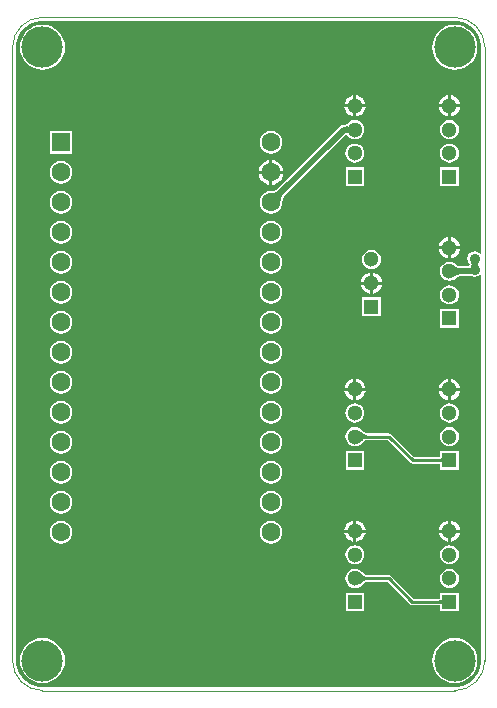
<source format=gbl>
G04 Layer_Physical_Order=2*
G04 Layer_Color=16711680*
%FSLAX44Y44*%
%MOMM*%
G71*
G01*
G75*
%ADD11C,0.5000*%
%ADD13C,0.2540*%
%ADD14C,0.1000*%
%ADD15C,1.6000*%
%ADD16R,1.6000X1.6000*%
%ADD17R,1.3000X1.3000*%
%ADD18C,1.3000*%
%ADD19C,3.5000*%
%ADD20C,0.6000*%
%ADD21C,0.9000*%
G36*
X381134Y566139D02*
X385210Y564451D01*
X388879Y561999D01*
X391999Y558879D01*
X394451Y555210D01*
X396139Y551134D01*
X397000Y546806D01*
Y544600D01*
Y370235D01*
X395730Y369850D01*
X395606Y370036D01*
X393621Y371362D01*
X391280Y371828D01*
X388939Y371362D01*
X386954Y370036D01*
X385628Y368051D01*
X385163Y365710D01*
X385628Y363369D01*
X386856Y361531D01*
X386858Y361520D01*
X386874Y361492D01*
X386887Y361452D01*
X386920Y361413D01*
X386940Y361367D01*
X386980Y361240D01*
X387026Y361048D01*
X387037Y360980D01*
X387026Y360913D01*
X386980Y360720D01*
X386940Y360593D01*
X386920Y360547D01*
X386887Y360508D01*
X386874Y360468D01*
X386858Y360440D01*
X386856Y360429D01*
X386201Y359448D01*
X386164Y359424D01*
X386158Y359422D01*
X386148Y359420D01*
X386142Y359416D01*
X386085Y359394D01*
X386035Y359347D01*
X385989Y359325D01*
X385860Y359281D01*
X385662Y359233D01*
X385418Y359192D01*
X384672Y359131D01*
X384228Y359123D01*
X384125Y359078D01*
X380050D01*
X379952Y359123D01*
X379370Y359142D01*
X378871Y359192D01*
X378403Y359273D01*
X377964Y359385D01*
X377552Y359526D01*
X377164Y359697D01*
X376798Y359896D01*
X376450Y360127D01*
X376119Y360390D01*
X375754Y360733D01*
X375588Y360796D01*
X374035Y361988D01*
X372088Y362794D01*
X370000Y363069D01*
X367912Y362794D01*
X365965Y361988D01*
X364294Y360706D01*
X363012Y359035D01*
X362206Y357088D01*
X361931Y355000D01*
X362206Y352912D01*
X363012Y350965D01*
X364294Y349294D01*
X365965Y348012D01*
X367912Y347206D01*
X370000Y346931D01*
X372088Y347206D01*
X374035Y348012D01*
X375588Y349204D01*
X375754Y349267D01*
X376119Y349610D01*
X376450Y349873D01*
X376798Y350104D01*
X377164Y350303D01*
X377552Y350474D01*
X377964Y350615D01*
X378403Y350727D01*
X378871Y350808D01*
X379370Y350858D01*
X379952Y350877D01*
X380050Y350922D01*
X385979D01*
X386087Y350876D01*
X386581Y350875D01*
X388088Y350836D01*
X388495Y350803D01*
X388565Y350793D01*
X388637Y350777D01*
X388664Y350782D01*
X388939Y350598D01*
X391280Y350132D01*
X393621Y350598D01*
X395606Y351924D01*
X395730Y352110D01*
X397000Y351725D01*
Y25400D01*
Y23194D01*
X396139Y18866D01*
X394451Y14790D01*
X391999Y11121D01*
X388879Y8001D01*
X385210Y5549D01*
X381134Y3861D01*
X376806Y3000D01*
X23194D01*
X18866Y3861D01*
X14790Y5549D01*
X11121Y8001D01*
X8001Y11121D01*
X5549Y14790D01*
X3861Y18866D01*
X3000Y23194D01*
Y25400D01*
Y544600D01*
Y546806D01*
X3861Y551134D01*
X5549Y555210D01*
X8001Y558879D01*
X11121Y561999D01*
X14790Y564451D01*
X18866Y566139D01*
X23194Y567000D01*
X376806D01*
X381134Y566139D01*
D02*
G37*
G36*
X393783Y362496D02*
X394430D01*
X394306Y362349D01*
X394196Y362163D01*
X394099Y361938D01*
X394014Y361674D01*
X393942Y361371D01*
X393884Y361028D01*
X393880Y360985D01*
X393884Y360932D01*
X393942Y360589D01*
X394014Y360286D01*
X394099Y360022D01*
X394196Y359797D01*
X394306Y359611D01*
X394430Y359464D01*
X393783D01*
X393780Y359268D01*
X388780D01*
X388778Y359464D01*
X388130D01*
X388254Y359611D01*
X388364Y359797D01*
X388461Y360022D01*
X388546Y360286D01*
X388618Y360589D01*
X388676Y360932D01*
X388680Y360975D01*
X388676Y361028D01*
X388618Y361371D01*
X388546Y361674D01*
X388461Y361938D01*
X388364Y362163D01*
X388254Y362349D01*
X388130Y362496D01*
X388778D01*
X388780Y362692D01*
X393780D01*
X393783Y362496D01*
D02*
G37*
G36*
X389068Y352331D02*
X388984Y352363D01*
X388853Y352392D01*
X388675Y352417D01*
X388175Y352458D01*
X386604Y352498D01*
X386092Y352500D01*
X384257Y357500D01*
X384753Y357509D01*
X385618Y357579D01*
X385988Y357641D01*
X386315Y357721D01*
X386600Y357818D01*
X386843Y357933D01*
X387043Y358065D01*
X387202Y358215D01*
X387318Y358383D01*
X389068Y352331D01*
D02*
G37*
G36*
X375056Y359160D02*
X375495Y358812D01*
X375959Y358504D01*
X376448Y358238D01*
X376961Y358013D01*
X377499Y357828D01*
X378062Y357685D01*
X378650Y357582D01*
X379263Y357520D01*
X379900Y357500D01*
Y352500D01*
X379263Y352480D01*
X378650Y352418D01*
X378062Y352315D01*
X377499Y352172D01*
X376961Y351987D01*
X376448Y351762D01*
X375959Y351496D01*
X375495Y351188D01*
X375056Y350840D01*
X374642Y350450D01*
Y359550D01*
X375056Y359160D01*
D02*
G37*
%LPC*%
G36*
X374600Y563692D02*
X370875Y563325D01*
X367294Y562239D01*
X363993Y560474D01*
X361100Y558100D01*
X358726Y555207D01*
X356961Y551906D01*
X355875Y548325D01*
X355508Y544600D01*
X355875Y540875D01*
X356961Y537294D01*
X358726Y533993D01*
X361100Y531100D01*
X363993Y528726D01*
X367294Y526961D01*
X370875Y525875D01*
X374600Y525508D01*
X378325Y525875D01*
X381906Y526961D01*
X385207Y528726D01*
X388100Y531100D01*
X390474Y533993D01*
X392239Y537294D01*
X393325Y540875D01*
X393692Y544600D01*
X393325Y548325D01*
X392239Y551906D01*
X390474Y555207D01*
X388100Y558100D01*
X385207Y560474D01*
X381906Y562239D01*
X378325Y563325D01*
X374600Y563692D01*
D02*
G37*
G36*
X25400D02*
X21675Y563325D01*
X18094Y562239D01*
X14793Y560474D01*
X11900Y558100D01*
X9526Y555207D01*
X7761Y551906D01*
X6675Y548325D01*
X6308Y544600D01*
X6675Y540875D01*
X7761Y537294D01*
X9526Y533993D01*
X11900Y531100D01*
X14793Y528726D01*
X18094Y526961D01*
X21675Y525875D01*
X25400Y525508D01*
X29125Y525875D01*
X32706Y526961D01*
X36007Y528726D01*
X38900Y531100D01*
X41274Y533993D01*
X43039Y537294D01*
X44125Y540875D01*
X44492Y544600D01*
X44125Y548325D01*
X43039Y551906D01*
X41274Y555207D01*
X38900Y558100D01*
X36007Y560474D01*
X32706Y562239D01*
X29125Y563325D01*
X25400Y563692D01*
D02*
G37*
G36*
X291270Y503951D02*
Y496270D01*
X298951D01*
X298807Y497360D01*
X297896Y499559D01*
X296447Y501447D01*
X294559Y502896D01*
X292360Y503807D01*
X291270Y503951D01*
D02*
G37*
G36*
X288730D02*
X287640Y503807D01*
X285441Y502896D01*
X283553Y501447D01*
X282104Y499559D01*
X281193Y497360D01*
X281049Y496270D01*
X288730D01*
Y503951D01*
D02*
G37*
G36*
X371270D02*
Y496270D01*
X378951D01*
X378807Y497360D01*
X377896Y499559D01*
X376447Y501447D01*
X374559Y502896D01*
X372360Y503807D01*
X371270Y503951D01*
D02*
G37*
G36*
X368730D02*
X367640Y503807D01*
X365441Y502896D01*
X363553Y501447D01*
X362104Y499559D01*
X361193Y497360D01*
X361049Y496270D01*
X368730D01*
Y503951D01*
D02*
G37*
G36*
X378951Y493730D02*
X371270D01*
Y486049D01*
X372360Y486193D01*
X374559Y487104D01*
X376447Y488553D01*
X377896Y490441D01*
X378807Y492640D01*
X378951Y493730D01*
D02*
G37*
G36*
X288730Y493730D02*
X281049D01*
X281193Y492640D01*
X282104Y490441D01*
X283553Y488553D01*
X285441Y487104D01*
X287640Y486193D01*
X288730Y486049D01*
Y493730D01*
D02*
G37*
G36*
X298951D02*
X291270D01*
Y486049D01*
X292360Y486193D01*
X294559Y487104D01*
X296447Y488553D01*
X297896Y490441D01*
X298807Y492640D01*
X298951Y493730D01*
D02*
G37*
G36*
X368730Y493730D02*
X361049D01*
X361193Y492640D01*
X362104Y490441D01*
X363553Y488553D01*
X365441Y487104D01*
X367640Y486193D01*
X368730Y486049D01*
Y493730D01*
D02*
G37*
G36*
X370000Y483069D02*
X367912Y482794D01*
X365965Y481988D01*
X364294Y480706D01*
X363012Y479035D01*
X362206Y477088D01*
X361931Y475000D01*
X362206Y472912D01*
X363012Y470965D01*
X364294Y469294D01*
X365965Y468012D01*
X367912Y467206D01*
X370000Y466931D01*
X372088Y467206D01*
X374035Y468012D01*
X375706Y469294D01*
X376988Y470965D01*
X377794Y472912D01*
X378069Y475000D01*
X377794Y477088D01*
X376988Y479035D01*
X375706Y480706D01*
X374035Y481988D01*
X372088Y482794D01*
X370000Y483069D01*
D02*
G37*
G36*
X290000D02*
X287912Y482794D01*
X285965Y481988D01*
X284294Y480706D01*
X283436Y479587D01*
X283302Y479531D01*
X283273Y479462D01*
X283230Y479428D01*
X283201Y479413D01*
X283072Y479364D01*
X282851Y479304D01*
X282583Y479252D01*
X281155Y479132D01*
X280577Y479123D01*
X280363Y479031D01*
X279039Y478768D01*
X277716Y477884D01*
X277716Y477884D01*
X224899Y425067D01*
X224802Y425032D01*
X224321Y424590D01*
X223865Y424240D01*
X223382Y423932D01*
X222868Y423665D01*
X222320Y423437D01*
X221737Y423250D01*
X221114Y423104D01*
X220450Y423000D01*
X219744Y422939D01*
X218947Y422923D01*
X218833Y422873D01*
X216420Y422556D01*
X214109Y421598D01*
X212125Y420075D01*
X210602Y418091D01*
X209645Y415780D01*
X209318Y413300D01*
X209645Y410820D01*
X210602Y408509D01*
X212125Y406525D01*
X214109Y405002D01*
X216420Y404045D01*
X218900Y403718D01*
X221380Y404045D01*
X223691Y405002D01*
X225675Y406525D01*
X227198Y408509D01*
X228155Y410820D01*
X228473Y413233D01*
X228523Y413347D01*
X228539Y414144D01*
X228600Y414850D01*
X228704Y415514D01*
X228850Y416137D01*
X229037Y416721D01*
X229265Y417268D01*
X229531Y417781D01*
X229839Y418265D01*
X230190Y418721D01*
X230632Y419202D01*
X230667Y419299D01*
X282100Y470732D01*
X283302Y470469D01*
X283436Y470413D01*
X284294Y469294D01*
X285965Y468012D01*
X287912Y467206D01*
X290000Y466931D01*
X292088Y467206D01*
X294035Y468012D01*
X295706Y469294D01*
X296988Y470965D01*
X297794Y472912D01*
X298069Y475000D01*
X297794Y477088D01*
X296988Y479035D01*
X295706Y480706D01*
X294035Y481988D01*
X292088Y482794D01*
X290000Y483069D01*
D02*
G37*
G36*
X50600Y473600D02*
X31600D01*
Y454600D01*
X50600D01*
Y473600D01*
D02*
G37*
G36*
X218900Y473682D02*
X216420Y473355D01*
X214109Y472398D01*
X212125Y470876D01*
X210602Y468891D01*
X209645Y466580D01*
X209318Y464100D01*
X209645Y461620D01*
X210602Y459309D01*
X212125Y457325D01*
X214109Y455802D01*
X216420Y454845D01*
X218900Y454518D01*
X221380Y454845D01*
X223691Y455802D01*
X225675Y457325D01*
X227198Y459309D01*
X228155Y461620D01*
X228482Y464100D01*
X228155Y466580D01*
X227198Y468891D01*
X225675Y470876D01*
X223691Y472398D01*
X221380Y473355D01*
X218900Y473682D01*
D02*
G37*
G36*
X370000Y463069D02*
X367912Y462794D01*
X365965Y461988D01*
X364294Y460706D01*
X363012Y459035D01*
X362206Y457088D01*
X361931Y455000D01*
X362206Y452912D01*
X363012Y450965D01*
X364294Y449294D01*
X365965Y448012D01*
X367912Y447206D01*
X370000Y446931D01*
X372088Y447206D01*
X374035Y448012D01*
X375706Y449294D01*
X376988Y450965D01*
X377794Y452912D01*
X378069Y455000D01*
X377794Y457088D01*
X376988Y459035D01*
X375706Y460706D01*
X374035Y461988D01*
X372088Y462794D01*
X370000Y463069D01*
D02*
G37*
G36*
X290000D02*
X287912Y462794D01*
X285965Y461988D01*
X284294Y460706D01*
X283012Y459035D01*
X282206Y457088D01*
X281931Y455000D01*
X282206Y452912D01*
X283012Y450965D01*
X284294Y449294D01*
X285965Y448012D01*
X287912Y447206D01*
X290000Y446931D01*
X292088Y447206D01*
X294035Y448012D01*
X295706Y449294D01*
X296988Y450965D01*
X297794Y452912D01*
X298069Y455000D01*
X297794Y457088D01*
X296988Y459035D01*
X295706Y460706D01*
X294035Y461988D01*
X292088Y462794D01*
X290000Y463069D01*
D02*
G37*
G36*
X220170Y449164D02*
Y439970D01*
X229364D01*
X229169Y441451D01*
X228107Y444016D01*
X226417Y446217D01*
X224216Y447907D01*
X221651Y448969D01*
X220170Y449164D01*
D02*
G37*
G36*
X217630D02*
X216148Y448969D01*
X213584Y447907D01*
X211383Y446217D01*
X209693Y444016D01*
X208631Y441451D01*
X208436Y439970D01*
X217630D01*
Y449164D01*
D02*
G37*
G36*
X41100Y448282D02*
X38620Y447956D01*
X36309Y446998D01*
X34325Y445476D01*
X32802Y443491D01*
X31844Y441180D01*
X31518Y438700D01*
X31844Y436220D01*
X32802Y433909D01*
X34325Y431925D01*
X36309Y430402D01*
X38620Y429445D01*
X41100Y429118D01*
X43580Y429445D01*
X45891Y430402D01*
X47875Y431925D01*
X49398Y433909D01*
X50355Y436220D01*
X50682Y438700D01*
X50355Y441180D01*
X49398Y443491D01*
X47875Y445476D01*
X45891Y446998D01*
X43580Y447956D01*
X41100Y448282D01*
D02*
G37*
G36*
X229364Y437430D02*
X220170D01*
Y428236D01*
X221651Y428431D01*
X224216Y429493D01*
X226417Y431183D01*
X228107Y433385D01*
X229169Y435948D01*
X229364Y437430D01*
D02*
G37*
G36*
X217630D02*
X208436D01*
X208631Y435948D01*
X209693Y433385D01*
X211383Y431183D01*
X213584Y429493D01*
X216148Y428431D01*
X217630Y428236D01*
Y437430D01*
D02*
G37*
G36*
X378000Y443000D02*
X362000D01*
Y427000D01*
X378000D01*
Y443000D01*
D02*
G37*
G36*
X298000D02*
X282000D01*
Y427000D01*
X298000D01*
Y443000D01*
D02*
G37*
G36*
X41100Y422882D02*
X38620Y422556D01*
X36309Y421598D01*
X34325Y420075D01*
X32802Y418091D01*
X31844Y415780D01*
X31518Y413300D01*
X31844Y410820D01*
X32802Y408509D01*
X34325Y406525D01*
X36309Y405002D01*
X38620Y404045D01*
X41100Y403718D01*
X43580Y404045D01*
X45891Y405002D01*
X47875Y406525D01*
X49398Y408509D01*
X50355Y410820D01*
X50682Y413300D01*
X50355Y415780D01*
X49398Y418091D01*
X47875Y420075D01*
X45891Y421598D01*
X43580Y422556D01*
X41100Y422882D01*
D02*
G37*
G36*
X218900Y397482D02*
X216420Y397155D01*
X214109Y396198D01*
X212125Y394675D01*
X210602Y392691D01*
X209645Y390380D01*
X209318Y387900D01*
X209645Y385420D01*
X210602Y383109D01*
X212125Y381125D01*
X214109Y379602D01*
X216420Y378645D01*
X218900Y378318D01*
X221380Y378645D01*
X223691Y379602D01*
X225675Y381125D01*
X227198Y383109D01*
X228155Y385420D01*
X228482Y387900D01*
X228155Y390380D01*
X227198Y392691D01*
X225675Y394675D01*
X223691Y396198D01*
X221380Y397155D01*
X218900Y397482D01*
D02*
G37*
G36*
X41100D02*
X38620Y397155D01*
X36309Y396198D01*
X34325Y394675D01*
X32802Y392691D01*
X31844Y390380D01*
X31518Y387900D01*
X31844Y385420D01*
X32802Y383109D01*
X34325Y381125D01*
X36309Y379602D01*
X38620Y378645D01*
X41100Y378318D01*
X43580Y378645D01*
X45891Y379602D01*
X47875Y381125D01*
X49398Y383109D01*
X50355Y385420D01*
X50682Y387900D01*
X50355Y390380D01*
X49398Y392691D01*
X47875Y394675D01*
X45891Y396198D01*
X43580Y397155D01*
X41100Y397482D01*
D02*
G37*
G36*
X371270Y383951D02*
Y376270D01*
X378951D01*
X378807Y377360D01*
X377896Y379559D01*
X376447Y381447D01*
X374559Y382896D01*
X372360Y383807D01*
X371270Y383951D01*
D02*
G37*
G36*
X368730D02*
X367640Y383807D01*
X365441Y382896D01*
X363553Y381447D01*
X362104Y379559D01*
X361193Y377360D01*
X361049Y376270D01*
X368730D01*
Y383951D01*
D02*
G37*
G36*
Y373730D02*
X361049D01*
X361193Y372640D01*
X362104Y370441D01*
X363553Y368553D01*
X365441Y367104D01*
X367640Y366193D01*
X368730Y366049D01*
Y373730D01*
D02*
G37*
G36*
X378951D02*
X371270D01*
Y366049D01*
X372360Y366193D01*
X374559Y367104D01*
X376447Y368553D01*
X377896Y370441D01*
X378807Y372640D01*
X378951Y373730D01*
D02*
G37*
G36*
X304000Y373069D02*
X301912Y372794D01*
X299965Y371988D01*
X298294Y370706D01*
X297012Y369035D01*
X296206Y367088D01*
X295931Y365000D01*
X296206Y362912D01*
X297012Y360965D01*
X298294Y359294D01*
X299965Y358012D01*
X301912Y357206D01*
X304000Y356931D01*
X306088Y357206D01*
X308034Y358012D01*
X309706Y359294D01*
X310988Y360965D01*
X311794Y362912D01*
X312069Y365000D01*
X311794Y367088D01*
X310988Y369035D01*
X309706Y370706D01*
X308034Y371988D01*
X306088Y372794D01*
X304000Y373069D01*
D02*
G37*
G36*
X218900Y372082D02*
X216420Y371755D01*
X214109Y370798D01*
X212125Y369276D01*
X210602Y367291D01*
X209645Y364980D01*
X209318Y362500D01*
X209645Y360020D01*
X210602Y357709D01*
X212125Y355725D01*
X214109Y354202D01*
X216420Y353245D01*
X218900Y352918D01*
X221380Y353245D01*
X223691Y354202D01*
X225675Y355725D01*
X227198Y357709D01*
X228155Y360020D01*
X228482Y362500D01*
X228155Y364980D01*
X227198Y367291D01*
X225675Y369276D01*
X223691Y370798D01*
X221380Y371755D01*
X218900Y372082D01*
D02*
G37*
G36*
X41100D02*
X38620Y371755D01*
X36309Y370798D01*
X34325Y369276D01*
X32802Y367291D01*
X31844Y364980D01*
X31518Y362500D01*
X31844Y360020D01*
X32802Y357709D01*
X34325Y355725D01*
X36309Y354202D01*
X38620Y353245D01*
X41100Y352918D01*
X43580Y353245D01*
X45891Y354202D01*
X47875Y355725D01*
X49398Y357709D01*
X50355Y360020D01*
X50682Y362500D01*
X50355Y364980D01*
X49398Y367291D01*
X47875Y369276D01*
X45891Y370798D01*
X43580Y371755D01*
X41100Y372082D01*
D02*
G37*
G36*
X305270Y353951D02*
Y346270D01*
X312951D01*
X312807Y347360D01*
X311896Y349559D01*
X310447Y351447D01*
X308559Y352896D01*
X306360Y353807D01*
X305270Y353951D01*
D02*
G37*
G36*
X302730D02*
X301640Y353807D01*
X299441Y352896D01*
X297553Y351447D01*
X296104Y349559D01*
X295193Y347360D01*
X295049Y346270D01*
X302730D01*
Y353951D01*
D02*
G37*
G36*
Y343730D02*
X295049D01*
X295193Y342640D01*
X296104Y340441D01*
X297553Y338553D01*
X299441Y337104D01*
X301640Y336193D01*
X302730Y336049D01*
Y343730D01*
D02*
G37*
G36*
X312951D02*
X305270D01*
Y336049D01*
X306360Y336193D01*
X308559Y337104D01*
X310447Y338553D01*
X311896Y340441D01*
X312807Y342640D01*
X312951Y343730D01*
D02*
G37*
G36*
X218900Y346682D02*
X216420Y346356D01*
X214109Y345398D01*
X212125Y343876D01*
X210602Y341891D01*
X209645Y339580D01*
X209318Y337100D01*
X209645Y334620D01*
X210602Y332309D01*
X212125Y330325D01*
X214109Y328802D01*
X216420Y327845D01*
X218900Y327518D01*
X221380Y327845D01*
X223691Y328802D01*
X225675Y330325D01*
X227198Y332309D01*
X228155Y334620D01*
X228482Y337100D01*
X228155Y339580D01*
X227198Y341891D01*
X225675Y343876D01*
X223691Y345398D01*
X221380Y346356D01*
X218900Y346682D01*
D02*
G37*
G36*
X41100D02*
X38620Y346356D01*
X36309Y345398D01*
X34325Y343876D01*
X32802Y341891D01*
X31844Y339580D01*
X31518Y337100D01*
X31844Y334620D01*
X32802Y332309D01*
X34325Y330325D01*
X36309Y328802D01*
X38620Y327845D01*
X41100Y327518D01*
X43580Y327845D01*
X45891Y328802D01*
X47875Y330325D01*
X49398Y332309D01*
X50355Y334620D01*
X50682Y337100D01*
X50355Y339580D01*
X49398Y341891D01*
X47875Y343876D01*
X45891Y345398D01*
X43580Y346356D01*
X41100Y346682D01*
D02*
G37*
G36*
X370000Y343069D02*
X367912Y342794D01*
X365965Y341988D01*
X364294Y340706D01*
X363012Y339035D01*
X362206Y337088D01*
X361931Y335000D01*
X362206Y332912D01*
X363012Y330965D01*
X364294Y329294D01*
X365965Y328012D01*
X367912Y327206D01*
X370000Y326931D01*
X372088Y327206D01*
X374035Y328012D01*
X375706Y329294D01*
X376988Y330965D01*
X377794Y332912D01*
X378069Y335000D01*
X377794Y337088D01*
X376988Y339035D01*
X375706Y340706D01*
X374035Y341988D01*
X372088Y342794D01*
X370000Y343069D01*
D02*
G37*
G36*
X312000Y333000D02*
X296000D01*
Y317000D01*
X312000D01*
Y333000D01*
D02*
G37*
G36*
X378000Y323000D02*
X362000D01*
Y307000D01*
X378000D01*
Y323000D01*
D02*
G37*
G36*
X218900Y321282D02*
X216420Y320956D01*
X214109Y319998D01*
X212125Y318475D01*
X210602Y316491D01*
X209645Y314180D01*
X209318Y311700D01*
X209645Y309220D01*
X210602Y306909D01*
X212125Y304925D01*
X214109Y303402D01*
X216420Y302445D01*
X218900Y302118D01*
X221380Y302445D01*
X223691Y303402D01*
X225675Y304925D01*
X227198Y306909D01*
X228155Y309220D01*
X228482Y311700D01*
X228155Y314180D01*
X227198Y316491D01*
X225675Y318475D01*
X223691Y319998D01*
X221380Y320956D01*
X218900Y321282D01*
D02*
G37*
G36*
X41100D02*
X38620Y320956D01*
X36309Y319998D01*
X34325Y318475D01*
X32802Y316491D01*
X31844Y314180D01*
X31518Y311700D01*
X31844Y309220D01*
X32802Y306909D01*
X34325Y304925D01*
X36309Y303402D01*
X38620Y302445D01*
X41100Y302118D01*
X43580Y302445D01*
X45891Y303402D01*
X47875Y304925D01*
X49398Y306909D01*
X50355Y309220D01*
X50682Y311700D01*
X50355Y314180D01*
X49398Y316491D01*
X47875Y318475D01*
X45891Y319998D01*
X43580Y320956D01*
X41100Y321282D01*
D02*
G37*
G36*
X218900Y295882D02*
X216420Y295555D01*
X214109Y294598D01*
X212125Y293076D01*
X210602Y291091D01*
X209645Y288780D01*
X209318Y286300D01*
X209645Y283820D01*
X210602Y281509D01*
X212125Y279525D01*
X214109Y278002D01*
X216420Y277045D01*
X218900Y276718D01*
X221380Y277045D01*
X223691Y278002D01*
X225675Y279525D01*
X227198Y281509D01*
X228155Y283820D01*
X228482Y286300D01*
X228155Y288780D01*
X227198Y291091D01*
X225675Y293076D01*
X223691Y294598D01*
X221380Y295555D01*
X218900Y295882D01*
D02*
G37*
G36*
X41100D02*
X38620Y295555D01*
X36309Y294598D01*
X34325Y293076D01*
X32802Y291091D01*
X31844Y288780D01*
X31518Y286300D01*
X31844Y283820D01*
X32802Y281509D01*
X34325Y279525D01*
X36309Y278002D01*
X38620Y277045D01*
X41100Y276718D01*
X43580Y277045D01*
X45891Y278002D01*
X47875Y279525D01*
X49398Y281509D01*
X50355Y283820D01*
X50682Y286300D01*
X50355Y288780D01*
X49398Y291091D01*
X47875Y293076D01*
X45891Y294598D01*
X43580Y295555D01*
X41100Y295882D01*
D02*
G37*
G36*
X291270Y263951D02*
Y256270D01*
X298951D01*
X298807Y257360D01*
X297896Y259559D01*
X296447Y261447D01*
X294559Y262896D01*
X292360Y263807D01*
X291270Y263951D01*
D02*
G37*
G36*
X288730Y263951D02*
X287640Y263807D01*
X285441Y262896D01*
X283553Y261447D01*
X282104Y259559D01*
X281193Y257360D01*
X281049Y256270D01*
X288730D01*
Y263951D01*
D02*
G37*
G36*
X371270D02*
Y256270D01*
X378951D01*
X378807Y257360D01*
X377896Y259559D01*
X376447Y261447D01*
X374559Y262896D01*
X372360Y263807D01*
X371270Y263951D01*
D02*
G37*
G36*
X368730D02*
X367640Y263807D01*
X365441Y262896D01*
X363553Y261447D01*
X362104Y259559D01*
X361193Y257360D01*
X361049Y256270D01*
X368730D01*
Y263951D01*
D02*
G37*
G36*
X218900Y270482D02*
X216420Y270156D01*
X214109Y269198D01*
X212125Y267675D01*
X210602Y265691D01*
X209645Y263380D01*
X209318Y260900D01*
X209645Y258420D01*
X210602Y256109D01*
X212125Y254125D01*
X214109Y252602D01*
X216420Y251645D01*
X218900Y251318D01*
X221380Y251645D01*
X223691Y252602D01*
X225675Y254125D01*
X227198Y256109D01*
X228155Y258420D01*
X228482Y260900D01*
X228155Y263380D01*
X227198Y265691D01*
X225675Y267675D01*
X223691Y269198D01*
X221380Y270156D01*
X218900Y270482D01*
D02*
G37*
G36*
X41100D02*
X38620Y270156D01*
X36309Y269198D01*
X34325Y267675D01*
X32802Y265691D01*
X31844Y263380D01*
X31518Y260900D01*
X31844Y258420D01*
X32802Y256109D01*
X34325Y254125D01*
X36309Y252602D01*
X38620Y251645D01*
X41100Y251318D01*
X43580Y251645D01*
X45891Y252602D01*
X47875Y254125D01*
X49398Y256109D01*
X50355Y258420D01*
X50682Y260900D01*
X50355Y263380D01*
X49398Y265691D01*
X47875Y267675D01*
X45891Y269198D01*
X43580Y270156D01*
X41100Y270482D01*
D02*
G37*
G36*
X288730Y253730D02*
X281049D01*
X281193Y252640D01*
X282104Y250441D01*
X283553Y248553D01*
X285441Y247104D01*
X287640Y246193D01*
X288730Y246049D01*
Y253730D01*
D02*
G37*
G36*
X378951Y253730D02*
X371270D01*
Y246049D01*
X372360Y246193D01*
X374559Y247104D01*
X376447Y248553D01*
X377896Y250441D01*
X378807Y252640D01*
X378951Y253730D01*
D02*
G37*
G36*
X368730D02*
X361049D01*
X361193Y252640D01*
X362104Y250441D01*
X363553Y248553D01*
X365441Y247104D01*
X367640Y246193D01*
X368730Y246049D01*
Y253730D01*
D02*
G37*
G36*
X298951Y253730D02*
X291270D01*
Y246049D01*
X292360Y246193D01*
X294559Y247104D01*
X296447Y248553D01*
X297896Y250441D01*
X298807Y252640D01*
X298951Y253730D01*
D02*
G37*
G36*
X370000Y243069D02*
X367912Y242794D01*
X365965Y241988D01*
X364294Y240706D01*
X363012Y239035D01*
X362206Y237088D01*
X361931Y235000D01*
X362206Y232912D01*
X363012Y230965D01*
X364294Y229294D01*
X365965Y228012D01*
X367912Y227206D01*
X370000Y226931D01*
X372088Y227206D01*
X374035Y228012D01*
X375706Y229294D01*
X376988Y230965D01*
X377794Y232912D01*
X378069Y235000D01*
X377794Y237088D01*
X376988Y239035D01*
X375706Y240706D01*
X374035Y241988D01*
X372088Y242794D01*
X370000Y243069D01*
D02*
G37*
G36*
X290000D02*
X287912Y242794D01*
X285965Y241988D01*
X284294Y240706D01*
X283012Y239035D01*
X282206Y237088D01*
X281931Y235000D01*
X282206Y232912D01*
X283012Y230965D01*
X284294Y229294D01*
X285965Y228012D01*
X287912Y227206D01*
X290000Y226931D01*
X292088Y227206D01*
X294035Y228012D01*
X295706Y229294D01*
X296988Y230965D01*
X297794Y232912D01*
X298069Y235000D01*
X297794Y237088D01*
X296988Y239035D01*
X295706Y240706D01*
X294035Y241988D01*
X292088Y242794D01*
X290000Y243069D01*
D02*
G37*
G36*
X218900Y245082D02*
X216420Y244755D01*
X214109Y243798D01*
X212125Y242276D01*
X210602Y240291D01*
X209645Y237980D01*
X209318Y235500D01*
X209645Y233020D01*
X210602Y230709D01*
X212125Y228725D01*
X214109Y227202D01*
X216420Y226245D01*
X218900Y225918D01*
X221380Y226245D01*
X223691Y227202D01*
X225675Y228725D01*
X227198Y230709D01*
X228155Y233020D01*
X228482Y235500D01*
X228155Y237980D01*
X227198Y240291D01*
X225675Y242276D01*
X223691Y243798D01*
X221380Y244755D01*
X218900Y245082D01*
D02*
G37*
G36*
X41100D02*
X38620Y244755D01*
X36309Y243798D01*
X34325Y242276D01*
X32802Y240291D01*
X31844Y237980D01*
X31518Y235500D01*
X31844Y233020D01*
X32802Y230709D01*
X34325Y228725D01*
X36309Y227202D01*
X38620Y226245D01*
X41100Y225918D01*
X43580Y226245D01*
X45891Y227202D01*
X47875Y228725D01*
X49398Y230709D01*
X50355Y233020D01*
X50682Y235500D01*
X50355Y237980D01*
X49398Y240291D01*
X47875Y242276D01*
X45891Y243798D01*
X43580Y244755D01*
X41100Y245082D01*
D02*
G37*
G36*
X370000Y223069D02*
X367912Y222794D01*
X365965Y221988D01*
X364294Y220706D01*
X363012Y219035D01*
X362206Y217088D01*
X361931Y215000D01*
X362206Y212912D01*
X363012Y210965D01*
X364294Y209294D01*
X365965Y208012D01*
X367912Y207206D01*
X370000Y206931D01*
X372088Y207206D01*
X374035Y208012D01*
X375706Y209294D01*
X376988Y210965D01*
X377794Y212912D01*
X378069Y215000D01*
X377794Y217088D01*
X376988Y219035D01*
X375706Y220706D01*
X374035Y221988D01*
X372088Y222794D01*
X370000Y223069D01*
D02*
G37*
G36*
X218900Y219682D02*
X216420Y219356D01*
X214109Y218398D01*
X212125Y216875D01*
X210602Y214891D01*
X209645Y212580D01*
X209318Y210100D01*
X209645Y207620D01*
X210602Y205309D01*
X212125Y203325D01*
X214109Y201802D01*
X216420Y200845D01*
X218900Y200518D01*
X221380Y200845D01*
X223691Y201802D01*
X225675Y203325D01*
X227198Y205309D01*
X228155Y207620D01*
X228482Y210100D01*
X228155Y212580D01*
X227198Y214891D01*
X225675Y216875D01*
X223691Y218398D01*
X221380Y219356D01*
X218900Y219682D01*
D02*
G37*
G36*
X41100D02*
X38620Y219356D01*
X36309Y218398D01*
X34325Y216875D01*
X32802Y214891D01*
X31844Y212580D01*
X31518Y210100D01*
X31844Y207620D01*
X32802Y205309D01*
X34325Y203325D01*
X36309Y201802D01*
X38620Y200845D01*
X41100Y200518D01*
X43580Y200845D01*
X45891Y201802D01*
X47875Y203325D01*
X49398Y205309D01*
X50355Y207620D01*
X50682Y210100D01*
X50355Y212580D01*
X49398Y214891D01*
X47875Y216875D01*
X45891Y218398D01*
X43580Y219356D01*
X41100Y219682D01*
D02*
G37*
G36*
X290000Y223069D02*
X287912Y222794D01*
X285965Y221988D01*
X284294Y220706D01*
X283012Y219035D01*
X282206Y217088D01*
X281931Y215000D01*
X282206Y212912D01*
X283012Y210965D01*
X284294Y209294D01*
X285965Y208012D01*
X287912Y207206D01*
X290000Y206931D01*
X292088Y207206D01*
X294035Y208012D01*
X295589Y209205D01*
X295755Y209268D01*
X296967Y210409D01*
X297490Y210836D01*
X297998Y211205D01*
X298473Y211505D01*
X298913Y211739D01*
X299314Y211910D01*
X299674Y212022D01*
X299993Y212084D01*
X300383Y212110D01*
X300516Y212176D01*
X317640D01*
X336813Y193003D01*
X336813Y193003D01*
X337729Y192391D01*
X338810Y192176D01*
X360794D01*
X360948Y192107D01*
X361387Y192096D01*
X361713Y192067D01*
X361960Y192027D01*
X362000Y192016D01*
Y187000D01*
X378000D01*
Y203000D01*
X362000D01*
Y197984D01*
X361960Y197973D01*
X361713Y197933D01*
X361387Y197904D01*
X360948Y197893D01*
X360794Y197824D01*
X339980D01*
X320807Y216997D01*
X319891Y217609D01*
X318810Y217824D01*
X318810Y217824D01*
X300516D01*
X300383Y217890D01*
X299993Y217916D01*
X299674Y217978D01*
X299314Y218090D01*
X298913Y218261D01*
X298473Y218495D01*
X297998Y218796D01*
X297507Y219152D01*
X296376Y220123D01*
X295779Y220709D01*
X295616Y220775D01*
X294035Y221988D01*
X292088Y222794D01*
X290000Y223069D01*
D02*
G37*
G36*
X298000Y203000D02*
X282000D01*
Y187000D01*
X298000D01*
Y203000D01*
D02*
G37*
G36*
X218900Y194282D02*
X216420Y193955D01*
X214109Y192998D01*
X212125Y191476D01*
X210602Y189491D01*
X209645Y187180D01*
X209318Y184700D01*
X209645Y182220D01*
X210602Y179909D01*
X212125Y177925D01*
X214109Y176402D01*
X216420Y175445D01*
X218900Y175118D01*
X221380Y175445D01*
X223691Y176402D01*
X225675Y177925D01*
X227198Y179909D01*
X228155Y182220D01*
X228482Y184700D01*
X228155Y187180D01*
X227198Y189491D01*
X225675Y191476D01*
X223691Y192998D01*
X221380Y193955D01*
X218900Y194282D01*
D02*
G37*
G36*
X41100D02*
X38620Y193955D01*
X36309Y192998D01*
X34325Y191476D01*
X32802Y189491D01*
X31844Y187180D01*
X31518Y184700D01*
X31844Y182220D01*
X32802Y179909D01*
X34325Y177925D01*
X36309Y176402D01*
X38620Y175445D01*
X41100Y175118D01*
X43580Y175445D01*
X45891Y176402D01*
X47875Y177925D01*
X49398Y179909D01*
X50355Y182220D01*
X50682Y184700D01*
X50355Y187180D01*
X49398Y189491D01*
X47875Y191476D01*
X45891Y192998D01*
X43580Y193955D01*
X41100Y194282D01*
D02*
G37*
G36*
X218900Y168882D02*
X216420Y168556D01*
X214109Y167598D01*
X212125Y166075D01*
X210602Y164091D01*
X209645Y161780D01*
X209318Y159300D01*
X209645Y156820D01*
X210602Y154509D01*
X212125Y152525D01*
X214109Y151002D01*
X216420Y150045D01*
X218900Y149718D01*
X221380Y150045D01*
X223691Y151002D01*
X225675Y152525D01*
X227198Y154509D01*
X228155Y156820D01*
X228482Y159300D01*
X228155Y161780D01*
X227198Y164091D01*
X225675Y166075D01*
X223691Y167598D01*
X221380Y168556D01*
X218900Y168882D01*
D02*
G37*
G36*
X41100D02*
X38620Y168556D01*
X36309Y167598D01*
X34325Y166075D01*
X32802Y164091D01*
X31844Y161780D01*
X31518Y159300D01*
X31844Y156820D01*
X32802Y154509D01*
X34325Y152525D01*
X36309Y151002D01*
X38620Y150045D01*
X41100Y149718D01*
X43580Y150045D01*
X45891Y151002D01*
X47875Y152525D01*
X49398Y154509D01*
X50355Y156820D01*
X50682Y159300D01*
X50355Y161780D01*
X49398Y164091D01*
X47875Y166075D01*
X45891Y167598D01*
X43580Y168556D01*
X41100Y168882D01*
D02*
G37*
G36*
X291270Y143951D02*
Y136270D01*
X298951D01*
X298807Y137360D01*
X297896Y139559D01*
X296447Y141447D01*
X294559Y142896D01*
X292360Y143807D01*
X291270Y143951D01*
D02*
G37*
G36*
X288730D02*
X287640Y143807D01*
X285441Y142896D01*
X283553Y141447D01*
X282104Y139559D01*
X281193Y137360D01*
X281049Y136270D01*
X288730D01*
Y143951D01*
D02*
G37*
G36*
X371270D02*
Y136270D01*
X378951D01*
X378807Y137360D01*
X377896Y139559D01*
X376447Y141447D01*
X374559Y142896D01*
X372360Y143807D01*
X371270Y143951D01*
D02*
G37*
G36*
X368730Y143951D02*
X367640Y143807D01*
X365441Y142896D01*
X363553Y141447D01*
X362104Y139559D01*
X361193Y137360D01*
X361049Y136270D01*
X368730D01*
Y143951D01*
D02*
G37*
G36*
X378951Y133730D02*
X371270D01*
Y126049D01*
X372360Y126193D01*
X374559Y127104D01*
X376447Y128553D01*
X377896Y130441D01*
X378807Y132640D01*
X378951Y133730D01*
D02*
G37*
G36*
X298951Y133730D02*
X291270D01*
Y126049D01*
X292360Y126193D01*
X294559Y127104D01*
X296447Y128553D01*
X297896Y130441D01*
X298807Y132640D01*
X298951Y133730D01*
D02*
G37*
G36*
X288730D02*
X281049D01*
X281193Y132640D01*
X282104Y130441D01*
X283553Y128553D01*
X285441Y127104D01*
X287640Y126193D01*
X288730Y126049D01*
Y133730D01*
D02*
G37*
G36*
X368730Y133730D02*
X361049D01*
X361193Y132640D01*
X362104Y130441D01*
X363553Y128553D01*
X365441Y127104D01*
X367640Y126193D01*
X368730Y126049D01*
Y133730D01*
D02*
G37*
G36*
X218900Y143482D02*
X216420Y143155D01*
X214109Y142198D01*
X212125Y140675D01*
X210602Y138691D01*
X209645Y136380D01*
X209318Y133900D01*
X209645Y131420D01*
X210602Y129109D01*
X212125Y127125D01*
X214109Y125602D01*
X216420Y124645D01*
X218900Y124318D01*
X221380Y124645D01*
X223691Y125602D01*
X225675Y127125D01*
X227198Y129109D01*
X228155Y131420D01*
X228482Y133900D01*
X228155Y136380D01*
X227198Y138691D01*
X225675Y140675D01*
X223691Y142198D01*
X221380Y143155D01*
X218900Y143482D01*
D02*
G37*
G36*
X41100D02*
X38620Y143155D01*
X36309Y142198D01*
X34325Y140675D01*
X32802Y138691D01*
X31844Y136380D01*
X31518Y133900D01*
X31844Y131420D01*
X32802Y129109D01*
X34325Y127125D01*
X36309Y125602D01*
X38620Y124645D01*
X41100Y124318D01*
X43580Y124645D01*
X45891Y125602D01*
X47875Y127125D01*
X49398Y129109D01*
X50355Y131420D01*
X50682Y133900D01*
X50355Y136380D01*
X49398Y138691D01*
X47875Y140675D01*
X45891Y142198D01*
X43580Y143155D01*
X41100Y143482D01*
D02*
G37*
G36*
X370000Y123069D02*
X367912Y122794D01*
X365965Y121988D01*
X364294Y120706D01*
X363012Y119035D01*
X362206Y117088D01*
X361931Y115000D01*
X362206Y112912D01*
X363012Y110965D01*
X364294Y109294D01*
X365965Y108012D01*
X367912Y107206D01*
X370000Y106931D01*
X372088Y107206D01*
X374035Y108012D01*
X375706Y109294D01*
X376988Y110965D01*
X377794Y112912D01*
X378069Y115000D01*
X377794Y117088D01*
X376988Y119035D01*
X375706Y120706D01*
X374035Y121988D01*
X372088Y122794D01*
X370000Y123069D01*
D02*
G37*
G36*
X290000D02*
X287912Y122794D01*
X285965Y121988D01*
X284294Y120706D01*
X283012Y119035D01*
X282206Y117088D01*
X281931Y115000D01*
X282206Y112912D01*
X283012Y110965D01*
X284294Y109294D01*
X285965Y108012D01*
X287912Y107206D01*
X290000Y106931D01*
X292088Y107206D01*
X294035Y108012D01*
X295706Y109294D01*
X296988Y110965D01*
X297794Y112912D01*
X298069Y115000D01*
X297794Y117088D01*
X296988Y119035D01*
X295706Y120706D01*
X294035Y121988D01*
X292088Y122794D01*
X290000Y123069D01*
D02*
G37*
G36*
X370000Y103069D02*
X367912Y102794D01*
X365965Y101988D01*
X364294Y100706D01*
X363012Y99035D01*
X362206Y97088D01*
X361931Y95000D01*
X362206Y92912D01*
X363012Y90965D01*
X364294Y89294D01*
X365965Y88012D01*
X367912Y87206D01*
X370000Y86931D01*
X372088Y87206D01*
X374035Y88012D01*
X375706Y89294D01*
X376988Y90965D01*
X377794Y92912D01*
X378069Y95000D01*
X377794Y97088D01*
X376988Y99035D01*
X375706Y100706D01*
X374035Y101988D01*
X372088Y102794D01*
X370000Y103069D01*
D02*
G37*
G36*
X290000D02*
X287912Y102794D01*
X285965Y101988D01*
X284294Y100706D01*
X283012Y99035D01*
X282206Y97088D01*
X281931Y95000D01*
X282206Y92912D01*
X283012Y90965D01*
X284294Y89294D01*
X285965Y88012D01*
X287912Y87206D01*
X290000Y86931D01*
X292088Y87206D01*
X294035Y88012D01*
X295589Y89205D01*
X295755Y89268D01*
X296967Y90409D01*
X297490Y90836D01*
X297998Y91205D01*
X298473Y91505D01*
X298913Y91739D01*
X299314Y91909D01*
X299674Y92022D01*
X299993Y92084D01*
X300383Y92110D01*
X300516Y92176D01*
X317490D01*
X336663Y73003D01*
X336663Y73003D01*
X337579Y72391D01*
X338660Y72176D01*
X360794D01*
X360948Y72107D01*
X361387Y72096D01*
X361713Y72067D01*
X361960Y72027D01*
X362000Y72016D01*
Y67000D01*
X378000D01*
Y83000D01*
X362000D01*
Y77984D01*
X361960Y77973D01*
X361713Y77933D01*
X361387Y77904D01*
X360948Y77893D01*
X360794Y77824D01*
X339830D01*
X320657Y96997D01*
X319741Y97609D01*
X318660Y97824D01*
X318660Y97824D01*
X300516D01*
X300383Y97890D01*
X299993Y97916D01*
X299674Y97978D01*
X299314Y98090D01*
X298913Y98261D01*
X298473Y98495D01*
X297998Y98795D01*
X297507Y99152D01*
X296376Y100123D01*
X295779Y100709D01*
X295616Y100775D01*
X294035Y101988D01*
X292088Y102794D01*
X290000Y103069D01*
D02*
G37*
G36*
X298000Y83000D02*
X282000D01*
Y67000D01*
X298000D01*
Y83000D01*
D02*
G37*
G36*
X374600Y44492D02*
X370875Y44125D01*
X367294Y43039D01*
X363993Y41274D01*
X361100Y38900D01*
X358726Y36007D01*
X356961Y32706D01*
X355875Y29125D01*
X355508Y25400D01*
X355875Y21675D01*
X356961Y18094D01*
X358726Y14793D01*
X361100Y11900D01*
X363993Y9526D01*
X367294Y7761D01*
X370875Y6675D01*
X374600Y6308D01*
X378325Y6675D01*
X381906Y7761D01*
X385207Y9526D01*
X388100Y11900D01*
X390474Y14793D01*
X392239Y18094D01*
X393325Y21675D01*
X393692Y25400D01*
X393325Y29125D01*
X392239Y32706D01*
X390474Y36007D01*
X388100Y38900D01*
X385207Y41274D01*
X381906Y43039D01*
X378325Y44125D01*
X374600Y44492D01*
D02*
G37*
G36*
X25400D02*
X21675Y44125D01*
X18094Y43039D01*
X14793Y41274D01*
X11900Y38900D01*
X9526Y36007D01*
X7761Y32706D01*
X6675Y29125D01*
X6308Y25400D01*
X6675Y21675D01*
X7761Y18094D01*
X9526Y14793D01*
X11900Y11900D01*
X14793Y9526D01*
X18094Y7761D01*
X21675Y6675D01*
X25400Y6308D01*
X29125Y6675D01*
X32706Y7761D01*
X36007Y9526D01*
X38900Y11900D01*
X41274Y14793D01*
X43039Y18094D01*
X44125Y21675D01*
X44492Y25400D01*
X44125Y29125D01*
X43039Y32706D01*
X41274Y36007D01*
X38900Y38900D01*
X36007Y41274D01*
X32706Y43039D01*
X29125Y44125D01*
X25400Y44492D01*
D02*
G37*
%LPD*%
G36*
X284450Y471617D02*
X284314Y471785D01*
X284124Y471935D01*
X283877Y472067D01*
X283575Y472182D01*
X283218Y472279D01*
X282806Y472359D01*
X282337Y472421D01*
X281235Y472491D01*
X280600Y472500D01*
Y477500D01*
X281235Y477509D01*
X282806Y477641D01*
X283218Y477721D01*
X283575Y477818D01*
X283877Y477933D01*
X284124Y478065D01*
X284314Y478215D01*
X284450Y478383D01*
Y471617D01*
D02*
G37*
G36*
X229435Y420300D02*
X228946Y419766D01*
X228509Y419198D01*
X228124Y418594D01*
X227792Y417955D01*
X227512Y417280D01*
X227285Y416571D01*
X227110Y415826D01*
X226987Y415046D01*
X226917Y414230D01*
X226900Y413380D01*
X218980Y421300D01*
X219830Y421317D01*
X220646Y421387D01*
X221426Y421510D01*
X222171Y421684D01*
X222880Y421912D01*
X223555Y422192D01*
X224194Y422524D01*
X224798Y422909D01*
X225366Y423346D01*
X225900Y423835D01*
X229435Y420300D01*
D02*
G37*
G36*
X295277Y218927D02*
X296499Y217877D01*
X297086Y217451D01*
X297658Y217090D01*
X298213Y216795D01*
X298752Y216565D01*
X299276Y216401D01*
X299783Y216303D01*
X300275Y216270D01*
Y213730D01*
X299783Y213697D01*
X299276Y213599D01*
X298752Y213435D01*
X298213Y213205D01*
X297658Y212910D01*
X297086Y212549D01*
X296499Y212123D01*
X295896Y211631D01*
X294642Y210450D01*
Y219550D01*
X295277Y218927D01*
D02*
G37*
G36*
X363561Y192460D02*
X363535Y192701D01*
X363458Y192917D01*
X363330Y193108D01*
X363150Y193273D01*
X362918Y193412D01*
X362636Y193527D01*
X362301Y193616D01*
X361916Y193679D01*
X361479Y193717D01*
X360990Y193730D01*
Y196270D01*
X361479Y196283D01*
X361916Y196321D01*
X362301Y196384D01*
X362636Y196473D01*
X362918Y196588D01*
X363150Y196727D01*
X363330Y196892D01*
X363458Y197083D01*
X363535Y197299D01*
X363561Y197540D01*
Y192460D01*
D02*
G37*
G36*
X295277Y98927D02*
X296499Y97877D01*
X297086Y97451D01*
X297658Y97090D01*
X298213Y96795D01*
X298752Y96565D01*
X299276Y96401D01*
X299783Y96303D01*
X300275Y96270D01*
Y93730D01*
X299783Y93697D01*
X299276Y93599D01*
X298752Y93435D01*
X298213Y93205D01*
X297658Y92910D01*
X297086Y92549D01*
X296499Y92123D01*
X295896Y91631D01*
X294642Y90450D01*
Y99550D01*
X295277Y98927D01*
D02*
G37*
G36*
X363561Y72460D02*
X363535Y72701D01*
X363458Y72917D01*
X363330Y73108D01*
X363150Y73273D01*
X362918Y73412D01*
X362636Y73527D01*
X362301Y73616D01*
X361916Y73679D01*
X361479Y73717D01*
X360990Y73730D01*
Y76270D01*
X361479Y76283D01*
X361916Y76321D01*
X362301Y76384D01*
X362636Y76473D01*
X362918Y76588D01*
X363150Y76727D01*
X363330Y76892D01*
X363458Y77083D01*
X363535Y77299D01*
X363561Y77540D01*
Y72460D01*
D02*
G37*
D11*
X218900Y413300D02*
X280600Y475000D01*
X290000D01*
X390030Y355000D02*
X391280Y356250D01*
X370000Y355000D02*
X390030D01*
X391280Y356250D02*
Y365710D01*
D13*
X338660Y75000D02*
X370000D01*
X318660Y95000D02*
X338660Y75000D01*
X290000Y95000D02*
X318660D01*
X338810Y195000D02*
X370000D01*
X318810Y215000D02*
X338810Y195000D01*
X290000Y215000D02*
X318810D01*
D14*
X400000Y544600D02*
G03*
X374600Y570000I-25400J0D01*
G01*
X25400D02*
G03*
X0Y544600I0J-25400D01*
G01*
X374600Y0D02*
G03*
X400000Y25400I0J25400D01*
G01*
X0D02*
G03*
X25400Y0I25400J0D01*
G01*
X25600Y570000D02*
X374600D01*
X400000Y25400D02*
Y544600D01*
X25400Y0D02*
X374600D01*
X0Y25400D02*
Y544600D01*
D15*
X218900Y362500D02*
D03*
Y387900D02*
D03*
Y413300D02*
D03*
Y438700D02*
D03*
Y464100D02*
D03*
Y337100D02*
D03*
Y311700D02*
D03*
Y286300D02*
D03*
Y260900D02*
D03*
Y235500D02*
D03*
Y210100D02*
D03*
Y184700D02*
D03*
Y159300D02*
D03*
Y133900D02*
D03*
X41100D02*
D03*
Y159300D02*
D03*
Y184700D02*
D03*
Y210100D02*
D03*
Y235500D02*
D03*
Y260900D02*
D03*
Y286300D02*
D03*
Y311700D02*
D03*
Y337100D02*
D03*
Y438700D02*
D03*
Y413300D02*
D03*
Y387900D02*
D03*
Y362500D02*
D03*
D16*
Y464100D02*
D03*
D17*
X370000Y75000D02*
D03*
X290000Y435000D02*
D03*
X370000Y315000D02*
D03*
X290000Y75000D02*
D03*
X370000Y435000D02*
D03*
Y195000D02*
D03*
X290000D02*
D03*
X304000Y325000D02*
D03*
D18*
X370000Y95000D02*
D03*
Y115000D02*
D03*
Y135000D02*
D03*
X290000Y495000D02*
D03*
Y475000D02*
D03*
Y455000D02*
D03*
X370000Y335000D02*
D03*
Y355000D02*
D03*
Y375000D02*
D03*
X290000Y135000D02*
D03*
Y115000D02*
D03*
Y95000D02*
D03*
X370000Y455000D02*
D03*
Y475000D02*
D03*
Y495000D02*
D03*
Y255000D02*
D03*
Y235000D02*
D03*
Y215000D02*
D03*
X290000D02*
D03*
Y235000D02*
D03*
Y255000D02*
D03*
X304000Y365000D02*
D03*
Y345000D02*
D03*
D19*
X374600Y25400D02*
D03*
X25400D02*
D03*
Y544600D02*
D03*
X374600D02*
D03*
D20*
X329280Y160420D02*
D03*
X309270Y29570D02*
D03*
X193560Y30650D02*
D03*
X82710Y30110D02*
D03*
X107580Y191780D02*
D03*
X160030Y146900D02*
D03*
X332520Y268560D02*
D03*
X331440Y397800D02*
D03*
X255330Y308320D02*
D03*
X254660Y377250D02*
D03*
X154090Y255050D02*
D03*
X82170Y301010D02*
D03*
X108120Y361030D02*
D03*
X136240Y419970D02*
D03*
X79470Y418880D02*
D03*
X134080Y485930D02*
D03*
X299540Y541090D02*
D03*
X185990Y539470D02*
D03*
X79470Y540010D02*
D03*
X255910Y197210D02*
D03*
X248500Y190470D02*
D03*
X241230Y147210D02*
D03*
X256130D02*
D03*
X248500Y140650D02*
D03*
X241080Y197210D02*
D03*
D21*
X391280Y356250D02*
D03*
Y365710D02*
D03*
M02*

</source>
